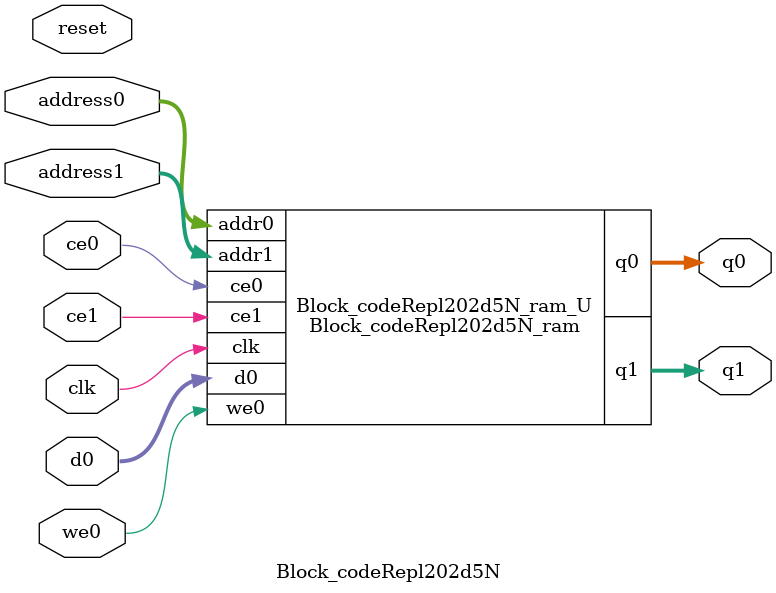
<source format=v>
`timescale 1 ns / 1 ps
module Block_codeRepl202d5N_ram (addr0, ce0, d0, we0, q0, addr1, ce1, q1,  clk);

parameter DWIDTH = 5;
parameter AWIDTH = 15;
parameter MEM_SIZE = 16896;

input[AWIDTH-1:0] addr0;
input ce0;
input[DWIDTH-1:0] d0;
input we0;
output reg[DWIDTH-1:0] q0;
input[AWIDTH-1:0] addr1;
input ce1;
output reg[DWIDTH-1:0] q1;
input clk;

(* ram_style = "block" *)reg [DWIDTH-1:0] ram[0:MEM_SIZE-1];




always @(posedge clk)  
begin 
    if (ce0) begin
        if (we0) 
            ram[addr0] <= d0; 
        q0 <= ram[addr0];
    end
end


always @(posedge clk)  
begin 
    if (ce1) begin
        q1 <= ram[addr1];
    end
end


endmodule

`timescale 1 ns / 1 ps
module Block_codeRepl202d5N(
    reset,
    clk,
    address0,
    ce0,
    we0,
    d0,
    q0,
    address1,
    ce1,
    q1);

parameter DataWidth = 32'd5;
parameter AddressRange = 32'd16896;
parameter AddressWidth = 32'd15;
input reset;
input clk;
input[AddressWidth - 1:0] address0;
input ce0;
input we0;
input[DataWidth - 1:0] d0;
output[DataWidth - 1:0] q0;
input[AddressWidth - 1:0] address1;
input ce1;
output[DataWidth - 1:0] q1;



Block_codeRepl202d5N_ram Block_codeRepl202d5N_ram_U(
    .clk( clk ),
    .addr0( address0 ),
    .ce0( ce0 ),
    .we0( we0 ),
    .d0( d0 ),
    .q0( q0 ),
    .addr1( address1 ),
    .ce1( ce1 ),
    .q1( q1 ));

endmodule


</source>
